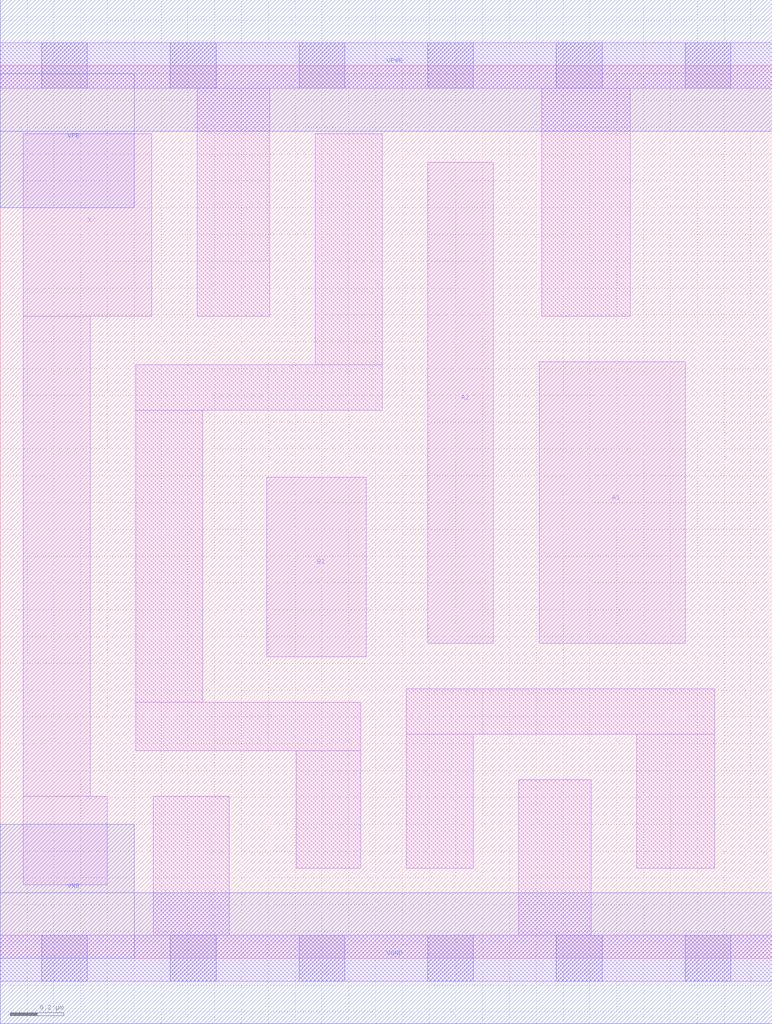
<source format=lef>
# Copyright 2020 The SkyWater PDK Authors
#
# Licensed under the Apache License, Version 2.0 (the "License");
# you may not use this file except in compliance with the License.
# You may obtain a copy of the License at
#
#     https://www.apache.org/licenses/LICENSE-2.0
#
# Unless required by applicable law or agreed to in writing, software
# distributed under the License is distributed on an "AS IS" BASIS,
# WITHOUT WARRANTIES OR CONDITIONS OF ANY KIND, either express or implied.
# See the License for the specific language governing permissions and
# limitations under the License.
#
# SPDX-License-Identifier: Apache-2.0

VERSION 5.5 ;
NAMESCASESENSITIVE ON ;
BUSBITCHARS "[]" ;
DIVIDERCHAR "/" ;
MACRO sky130_fd_sc_lp__o21a_0
  CLASS CORE ;
  SOURCE USER ;
  ORIGIN  0.000000  0.000000 ;
  SIZE  2.880000 BY  3.330000 ;
  SYMMETRY X Y R90 ;
  SITE unit ;
  PIN A1
    ANTENNAGATEAREA  0.159000 ;
    DIRECTION INPUT ;
    USE SIGNAL ;
    PORT
      LAYER li1 ;
        RECT 2.010000 1.175000 2.555000 2.225000 ;
    END
  END A1
  PIN A2
    ANTENNAGATEAREA  0.159000 ;
    DIRECTION INPUT ;
    USE SIGNAL ;
    PORT
      LAYER li1 ;
        RECT 1.595000 1.175000 1.840000 2.970000 ;
    END
  END A2
  PIN B1
    ANTENNAGATEAREA  0.159000 ;
    DIRECTION INPUT ;
    USE SIGNAL ;
    PORT
      LAYER li1 ;
        RECT 0.995000 1.125000 1.365000 1.795000 ;
    END
  END B1
  PIN X
    ANTENNADIFFAREA  0.280900 ;
    DIRECTION OUTPUT ;
    USE SIGNAL ;
    PORT
      LAYER li1 ;
        RECT 0.085000 0.275000 0.400000 0.605000 ;
        RECT 0.085000 0.605000 0.335000 2.395000 ;
        RECT 0.085000 2.395000 0.565000 3.075000 ;
    END
  END X
  PIN VGND
    DIRECTION INOUT ;
    USE GROUND ;
    PORT
      LAYER met1 ;
        RECT 0.000000 -0.245000 2.880000 0.245000 ;
    END
  END VGND
  PIN VNB
    DIRECTION INOUT ;
    USE GROUND ;
    PORT
      LAYER met1 ;
        RECT 0.000000 0.000000 0.500000 0.500000 ;
    END
  END VNB
  PIN VPB
    DIRECTION INOUT ;
    USE POWER ;
    PORT
      LAYER met1 ;
        RECT 0.000000 2.800000 0.500000 3.300000 ;
    END
  END VPB
  PIN VPWR
    DIRECTION INOUT ;
    USE POWER ;
    PORT
      LAYER met1 ;
        RECT 0.000000 3.085000 2.880000 3.575000 ;
    END
  END VPWR
  OBS
    LAYER li1 ;
      RECT 0.000000 -0.085000 2.880000 0.085000 ;
      RECT 0.000000  3.245000 2.880000 3.415000 ;
      RECT 0.505000  0.775000 1.345000 0.955000 ;
      RECT 0.505000  0.955000 0.755000 2.045000 ;
      RECT 0.505000  2.045000 1.425000 2.215000 ;
      RECT 0.570000  0.085000 0.855000 0.605000 ;
      RECT 0.735000  2.395000 1.005000 3.245000 ;
      RECT 1.105000  0.335000 1.345000 0.775000 ;
      RECT 1.175000  2.215000 1.425000 3.075000 ;
      RECT 1.515000  0.335000 1.765000 0.835000 ;
      RECT 1.515000  0.835000 2.665000 1.005000 ;
      RECT 1.935000  0.085000 2.205000 0.665000 ;
      RECT 2.020000  2.395000 2.350000 3.245000 ;
      RECT 2.375000  0.335000 2.665000 0.835000 ;
    LAYER mcon ;
      RECT 0.155000 -0.085000 0.325000 0.085000 ;
      RECT 0.155000  3.245000 0.325000 3.415000 ;
      RECT 0.635000 -0.085000 0.805000 0.085000 ;
      RECT 0.635000  3.245000 0.805000 3.415000 ;
      RECT 1.115000 -0.085000 1.285000 0.085000 ;
      RECT 1.115000  3.245000 1.285000 3.415000 ;
      RECT 1.595000 -0.085000 1.765000 0.085000 ;
      RECT 1.595000  3.245000 1.765000 3.415000 ;
      RECT 2.075000 -0.085000 2.245000 0.085000 ;
      RECT 2.075000  3.245000 2.245000 3.415000 ;
      RECT 2.555000 -0.085000 2.725000 0.085000 ;
      RECT 2.555000  3.245000 2.725000 3.415000 ;
  END
END sky130_fd_sc_lp__o21a_0
END LIBRARY

</source>
